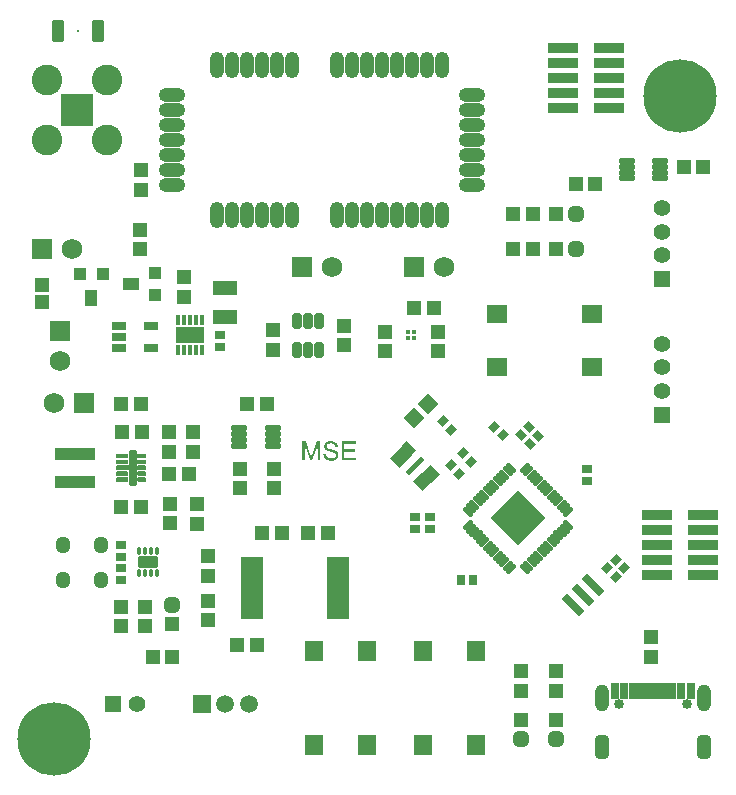
<source format=gts>
G04*
G04 #@! TF.GenerationSoftware,Altium Limited,Altium Designer,24.2.2 (26)*
G04*
G04 Layer_Color=8388736*
%FSLAX44Y44*%
%MOMM*%
G71*
G04*
G04 #@! TF.SameCoordinates,57E06D6A-15B4-4B42-AE12-48CE37104189*
G04*
G04*
G04 #@! TF.FilePolarity,Negative*
G04*
G01*
G75*
%ADD22R,1.3032X1.3032*%
G04:AMPARAMS|DCode=23|XSize=1.4132mm|YSize=0.7832mm|CornerRadius=0.1741mm|HoleSize=0mm|Usage=FLASHONLY|Rotation=270.000|XOffset=0mm|YOffset=0mm|HoleType=Round|Shape=RoundedRectangle|*
%AMROUNDEDRECTD23*
21,1,1.4132,0.4350,0,0,270.0*
21,1,1.0650,0.7832,0,0,270.0*
1,1,0.3482,-0.2175,-0.5325*
1,1,0.3482,-0.2175,0.5325*
1,1,0.3482,0.2175,0.5325*
1,1,0.3482,0.2175,-0.5325*
%
%ADD23ROUNDEDRECTD23*%
G04:AMPARAMS|DCode=24|XSize=1.8532mm|YSize=0.4532mm|CornerRadius=0mm|HoleSize=0mm|Usage=FLASHONLY|Rotation=45.000|XOffset=0mm|YOffset=0mm|HoleType=Round|Shape=Rectangle|*
%AMROTATEDRECTD24*
4,1,4,-0.4950,-0.8154,-0.8154,-0.4950,0.4950,0.8154,0.8154,0.4950,-0.4950,-0.8154,0.0*
%
%ADD24ROTATEDRECTD24*%

G04:AMPARAMS|DCode=25|XSize=1.1032mm|YSize=0.5032mm|CornerRadius=0mm|HoleSize=0mm|Usage=FLASHONLY|Rotation=315.000|XOffset=0mm|YOffset=0mm|HoleType=Round|Shape=Rectangle|*
%AMROTATEDRECTD25*
4,1,4,-0.5679,0.2121,-0.2121,0.5679,0.5679,-0.2121,0.2121,-0.5679,-0.5679,0.2121,0.0*
%
%ADD25ROTATEDRECTD25*%

%ADD26R,2.6032X0.9532*%
G04:AMPARAMS|DCode=27|XSize=0.6mm|YSize=3.1mm|CornerRadius=0.08mm|HoleSize=0mm|Usage=FLASHONLY|Rotation=180.000|XOffset=0mm|YOffset=0mm|HoleType=Round|Shape=RoundedRectangle|*
%AMROUNDEDRECTD27*
21,1,0.6000,2.9400,0,0,180.0*
21,1,0.4400,3.1000,0,0,180.0*
1,1,0.1600,-0.2200,1.4700*
1,1,0.1600,0.2200,1.4700*
1,1,0.1600,0.2200,-1.4700*
1,1,0.1600,-0.2200,-1.4700*
%
%ADD27ROUNDEDRECTD27*%
G04:AMPARAMS|DCode=28|XSize=1.3232mm|YSize=0.4732mm|CornerRadius=0.1354mm|HoleSize=0mm|Usage=FLASHONLY|Rotation=0.000|XOffset=0mm|YOffset=0mm|HoleType=Round|Shape=RoundedRectangle|*
%AMROUNDEDRECTD28*
21,1,1.3232,0.2025,0,0,0.0*
21,1,1.0525,0.4732,0,0,0.0*
1,1,0.2707,0.5263,-0.1013*
1,1,0.2707,-0.5263,-0.1013*
1,1,0.2707,-0.5263,0.1013*
1,1,0.2707,0.5263,0.1013*
%
%ADD28ROUNDEDRECTD28*%
%ADD29R,1.8032X1.6032*%
G04:AMPARAMS|DCode=30|XSize=1mm|YSize=1.7mm|CornerRadius=0.104mm|HoleSize=0mm|Usage=FLASHONLY|Rotation=90.000|XOffset=0mm|YOffset=0mm|HoleType=Round|Shape=RoundedRectangle|*
%AMROUNDEDRECTD30*
21,1,1.0000,1.4920,0,0,90.0*
21,1,0.7920,1.7000,0,0,90.0*
1,1,0.2080,0.7460,0.3960*
1,1,0.2080,0.7460,-0.3960*
1,1,0.2080,-0.7460,-0.3960*
1,1,0.2080,-0.7460,0.3960*
%
%ADD30ROUNDEDRECTD30*%
G04:AMPARAMS|DCode=31|XSize=0.6mm|YSize=0.35mm|CornerRadius=0.1mm|HoleSize=0mm|Usage=FLASHONLY|Rotation=90.000|XOffset=0mm|YOffset=0mm|HoleType=Round|Shape=RoundedRectangle|*
%AMROUNDEDRECTD31*
21,1,0.6000,0.1500,0,0,90.0*
21,1,0.4000,0.3500,0,0,90.0*
1,1,0.2000,0.0750,0.2000*
1,1,0.2000,0.0750,-0.2000*
1,1,0.2000,-0.0750,-0.2000*
1,1,0.2000,-0.0750,0.2000*
%
%ADD31ROUNDEDRECTD31*%
%ADD32R,1.8542X0.6350*%
G04:AMPARAMS|DCode=33|XSize=0.6032mm|YSize=2.1032mm|CornerRadius=0mm|HoleSize=0mm|Usage=FLASHONLY|Rotation=225.000|XOffset=0mm|YOffset=0mm|HoleType=Round|Shape=Rectangle|*
%AMROTATEDRECTD33*
4,1,4,-0.5303,0.9569,0.9569,-0.5303,0.5303,-0.9569,-0.9569,0.5303,-0.5303,0.9569,0.0*
%
%ADD33ROTATEDRECTD33*%

%ADD34C,0.4332*%
%ADD35P,4.6714X4X90.0*%
G04:AMPARAMS|DCode=36|XSize=1.0432mm|YSize=0.4032mm|CornerRadius=0.1266mm|HoleSize=0mm|Usage=FLASHONLY|Rotation=45.000|XOffset=0mm|YOffset=0mm|HoleType=Round|Shape=RoundedRectangle|*
%AMROUNDEDRECTD36*
21,1,1.0432,0.1500,0,0,45.0*
21,1,0.7900,0.4032,0,0,45.0*
1,1,0.2532,0.3323,0.2263*
1,1,0.2532,-0.2263,-0.3323*
1,1,0.2532,-0.3323,-0.2263*
1,1,0.2532,0.2263,0.3323*
%
%ADD36ROUNDEDRECTD36*%
G04:AMPARAMS|DCode=37|XSize=0.4032mm|YSize=1.0432mm|CornerRadius=0.1266mm|HoleSize=0mm|Usage=FLASHONLY|Rotation=45.000|XOffset=0mm|YOffset=0mm|HoleType=Round|Shape=RoundedRectangle|*
%AMROUNDEDRECTD37*
21,1,0.4032,0.7900,0,0,45.0*
21,1,0.1500,1.0432,0,0,45.0*
1,1,0.2532,0.3323,-0.2263*
1,1,0.2532,0.2263,-0.3323*
1,1,0.2532,-0.3323,0.2263*
1,1,0.2532,-0.2263,0.3323*
%
%ADD37ROUNDEDRECTD37*%
%ADD38R,0.8032X1.3532*%
%ADD39R,0.5032X1.3532*%
%ADD40R,1.6032X1.8032*%
%ADD41R,2.3622X1.4478*%
%ADD42R,0.4064X0.8128*%
G04:AMPARAMS|DCode=43|XSize=1.1132mm|YSize=1.2732mm|CornerRadius=0.3291mm|HoleSize=0mm|Usage=FLASHONLY|Rotation=0.000|XOffset=0mm|YOffset=0mm|HoleType=Round|Shape=RoundedRectangle|*
%AMROUNDEDRECTD43*
21,1,1.1132,0.6150,0,0,0.0*
21,1,0.4550,1.2732,0,0,0.0*
1,1,0.6582,0.2275,-0.3075*
1,1,0.6582,-0.2275,-0.3075*
1,1,0.6582,-0.2275,0.3075*
1,1,0.6582,0.2275,0.3075*
%
%ADD43ROUNDEDRECTD43*%
%ADD44R,3.4000X0.9800*%
%ADD45R,1.1732X1.2032*%
%ADD46R,2.0032X1.2032*%
%ADD47R,1.1176X1.1176*%
%ADD48R,1.4732X1.1176*%
%ADD49O,1.2192X2.2352*%
%ADD50O,2.2352X1.2192*%
%ADD51R,1.3032X1.3032*%
G04:AMPARAMS|DCode=52|XSize=1.3032mm|YSize=1.3032mm|CornerRadius=0.3766mm|HoleSize=0mm|Usage=FLASHONLY|Rotation=0.000|XOffset=0mm|YOffset=0mm|HoleType=Round|Shape=RoundedRectangle|*
%AMROUNDEDRECTD52*
21,1,1.3032,0.5500,0,0,0.0*
21,1,0.5500,1.3032,0,0,0.0*
1,1,0.7532,0.2750,-0.2750*
1,1,0.7532,-0.2750,-0.2750*
1,1,0.7532,-0.2750,0.2750*
1,1,0.7532,0.2750,0.2750*
%
%ADD52ROUNDEDRECTD52*%
G04:AMPARAMS|DCode=53|XSize=1.3032mm|YSize=1.3032mm|CornerRadius=0.3766mm|HoleSize=0mm|Usage=FLASHONLY|Rotation=90.000|XOffset=0mm|YOffset=0mm|HoleType=Round|Shape=RoundedRectangle|*
%AMROUNDEDRECTD53*
21,1,1.3032,0.5500,0,0,90.0*
21,1,0.5500,1.3032,0,0,90.0*
1,1,0.7532,0.2750,0.2750*
1,1,0.7532,0.2750,-0.2750*
1,1,0.7532,-0.2750,-0.2750*
1,1,0.7532,-0.2750,0.2750*
%
%ADD53ROUNDEDRECTD53*%
%ADD54R,1.2032X0.7532*%
%ADD55R,1.1176X1.1176*%
%ADD56R,1.1176X1.4732*%
%ADD57P,1.8430X4X270.0*%
G04:AMPARAMS|DCode=58|XSize=0.7112mm|YSize=0.8128mm|CornerRadius=0mm|HoleSize=0mm|Usage=FLASHONLY|Rotation=135.000|XOffset=0mm|YOffset=0mm|HoleType=Round|Shape=Rectangle|*
%AMROTATEDRECTD58*
4,1,4,0.5388,0.0359,-0.0359,-0.5388,-0.5388,-0.0359,0.0359,0.5388,0.5388,0.0359,0.0*
%
%ADD58ROTATEDRECTD58*%

%ADD59R,0.8128X0.7112*%
%ADD60R,0.7112X0.8128*%
G04:AMPARAMS|DCode=61|XSize=0.7112mm|YSize=0.8128mm|CornerRadius=0mm|HoleSize=0mm|Usage=FLASHONLY|Rotation=45.000|XOffset=0mm|YOffset=0mm|HoleType=Round|Shape=Rectangle|*
%AMROTATEDRECTD61*
4,1,4,0.0359,-0.5388,-0.5388,0.0359,-0.0359,0.5388,0.5388,-0.0359,0.0359,-0.5388,0.0*
%
%ADD61ROTATEDRECTD61*%

G04:AMPARAMS|DCode=62|XSize=1.0032mm|YSize=1.9032mm|CornerRadius=0.2016mm|HoleSize=0mm|Usage=FLASHONLY|Rotation=0.000|XOffset=0mm|YOffset=0mm|HoleType=Round|Shape=RoundedRectangle|*
%AMROUNDEDRECTD62*
21,1,1.0032,1.5000,0,0,0.0*
21,1,0.6000,1.9032,0,0,0.0*
1,1,0.4032,0.3000,-0.7500*
1,1,0.4032,-0.3000,-0.7500*
1,1,0.4032,-0.3000,0.7500*
1,1,0.4032,0.3000,0.7500*
%
%ADD62ROUNDEDRECTD62*%
%ADD63R,1.4112X1.4112*%
%ADD64C,1.4112*%
%ADD65C,6.2032*%
%ADD66C,1.4032*%
%ADD67R,1.4032X1.4032*%
%ADD68R,1.5112X1.5112*%
%ADD69C,1.5112*%
G04:AMPARAMS|DCode=70|XSize=2.0032mm|YSize=1.2032mm|CornerRadius=0.3516mm|HoleSize=0mm|Usage=FLASHONLY|Rotation=90.000|XOffset=0mm|YOffset=0mm|HoleType=Round|Shape=RoundedRectangle|*
%AMROUNDEDRECTD70*
21,1,2.0032,0.5000,0,0,90.0*
21,1,1.3000,1.2032,0,0,90.0*
1,1,0.7032,0.2500,0.6500*
1,1,0.7032,0.2500,-0.6500*
1,1,0.7032,-0.2500,-0.6500*
1,1,0.7032,-0.2500,0.6500*
%
%ADD70ROUNDEDRECTD70*%
%ADD71O,1.2032X2.3032*%
%ADD72C,0.8532*%
%ADD73R,1.7272X1.7272*%
%ADD74C,1.7272*%
%ADD75R,1.7272X1.7272*%
%ADD76C,2.6032*%
%ADD77R,2.7032X2.7032*%
%ADD78C,0.2032*%
G36*
X83370Y253060D02*
X83310D01*
X83250Y253080D01*
X83190Y253090D01*
X83130Y253110D01*
X83070Y253130D01*
X83010Y253150D01*
X82960Y253180D01*
X82900Y253210D01*
X82850Y253240D01*
X82790Y253280D01*
X82740Y253320D01*
X82700Y253360D01*
X82650Y253400D01*
X82610Y253450D01*
X82570Y253490D01*
X82530Y253540D01*
X82490Y253600D01*
X82460Y253650D01*
X82430Y253710D01*
X82400Y253760D01*
X82380Y253820D01*
X82360Y253880D01*
X82340Y253940D01*
X82330Y254000D01*
X82310Y254060D01*
Y254120D01*
X82300Y254190D01*
Y254250D01*
Y255750D01*
Y255810D01*
X82310Y255880D01*
Y255940D01*
X82330Y256000D01*
X82340Y256060D01*
X82360Y256120D01*
X82380Y256180D01*
X82400Y256240D01*
X82430Y256290D01*
X82460Y256350D01*
X82490Y256400D01*
X82530Y256460D01*
X82570Y256510D01*
X82610Y256550D01*
X82650Y256600D01*
X82700Y256640D01*
X82740Y256680D01*
X82790Y256720D01*
X82850Y256760D01*
X82900Y256790D01*
X82960Y256820D01*
X83010Y256850D01*
X83070Y256870D01*
X83130Y256890D01*
X83190Y256910D01*
X83250Y256920D01*
X83310Y256940D01*
X83370D01*
X83440Y256950D01*
X91560D01*
X91630Y256940D01*
X91690D01*
X91750Y256920D01*
X91810Y256910D01*
X91870Y256890D01*
X91930Y256870D01*
X91990Y256850D01*
X92040Y256820D01*
X92100Y256790D01*
X92150Y256760D01*
X92210Y256720D01*
X92260Y256680D01*
X92300Y256640D01*
X92350Y256600D01*
X92390Y256550D01*
X92430Y256510D01*
X92470Y256460D01*
X92510Y256400D01*
X92540Y256350D01*
X92570Y256290D01*
X92600Y256240D01*
X92620Y256180D01*
X92640Y256120D01*
X92660Y256060D01*
X92670Y256000D01*
X92690Y255940D01*
Y255880D01*
X92700Y255810D01*
Y255750D01*
Y254250D01*
Y254190D01*
X92690Y254120D01*
Y254060D01*
X92670Y254000D01*
X92660Y253940D01*
X92640Y253880D01*
X92620Y253820D01*
X92600Y253760D01*
X92570Y253710D01*
X92540Y253650D01*
X92510Y253600D01*
X92470Y253540D01*
X92430Y253490D01*
X92390Y253450D01*
X92350Y253400D01*
X92300Y253360D01*
X92260Y253320D01*
X92210Y253280D01*
X92150Y253240D01*
X92100Y253210D01*
X92040Y253180D01*
X91990Y253150D01*
X91930Y253130D01*
X91870Y253110D01*
X91810Y253090D01*
X91750Y253080D01*
X91690Y253060D01*
X91630D01*
X91560Y253050D01*
X83440D01*
X83370Y253060D01*
D02*
G37*
G36*
Y258060D02*
X83310D01*
X83250Y258080D01*
X83190Y258090D01*
X83130Y258110D01*
X83070Y258130D01*
X83010Y258150D01*
X82960Y258180D01*
X82900Y258210D01*
X82850Y258240D01*
X82790Y258280D01*
X82740Y258320D01*
X82700Y258360D01*
X82650Y258400D01*
X82610Y258450D01*
X82570Y258490D01*
X82530Y258540D01*
X82490Y258600D01*
X82460Y258650D01*
X82430Y258710D01*
X82400Y258760D01*
X82380Y258820D01*
X82360Y258880D01*
X82340Y258940D01*
X82330Y259000D01*
X82310Y259060D01*
Y259120D01*
X82300Y259190D01*
Y259250D01*
Y260750D01*
Y260810D01*
X82310Y260880D01*
Y260940D01*
X82330Y261000D01*
X82340Y261060D01*
X82360Y261120D01*
X82380Y261180D01*
X82400Y261240D01*
X82430Y261290D01*
X82460Y261350D01*
X82490Y261400D01*
X82530Y261460D01*
X82570Y261510D01*
X82610Y261550D01*
X82650Y261600D01*
X82700Y261640D01*
X82740Y261680D01*
X82790Y261720D01*
X82850Y261760D01*
X82900Y261790D01*
X82960Y261820D01*
X83010Y261850D01*
X83070Y261870D01*
X83130Y261890D01*
X83190Y261910D01*
X83250Y261920D01*
X83310Y261940D01*
X83370D01*
X83440Y261950D01*
X91560D01*
X91630Y261940D01*
X91690D01*
X91750Y261920D01*
X91810Y261910D01*
X91870Y261890D01*
X91930Y261870D01*
X91990Y261850D01*
X92040Y261820D01*
X92100Y261790D01*
X92150Y261760D01*
X92210Y261720D01*
X92260Y261680D01*
X92300Y261640D01*
X92350Y261600D01*
X92390Y261550D01*
X92430Y261510D01*
X92470Y261460D01*
X92510Y261400D01*
X92540Y261350D01*
X92570Y261290D01*
X92600Y261240D01*
X92620Y261180D01*
X92640Y261120D01*
X92660Y261060D01*
X92670Y261000D01*
X92690Y260940D01*
Y260880D01*
X92700Y260810D01*
Y260750D01*
Y259250D01*
Y259190D01*
X92690Y259120D01*
Y259060D01*
X92670Y259000D01*
X92660Y258940D01*
X92640Y258880D01*
X92620Y258820D01*
X92600Y258760D01*
X92570Y258710D01*
X92540Y258650D01*
X92510Y258600D01*
X92470Y258540D01*
X92430Y258490D01*
X92390Y258450D01*
X92350Y258400D01*
X92300Y258360D01*
X92260Y258320D01*
X92210Y258280D01*
X92150Y258240D01*
X92100Y258210D01*
X92040Y258180D01*
X91990Y258150D01*
X91930Y258130D01*
X91870Y258110D01*
X91810Y258090D01*
X91750Y258080D01*
X91690Y258060D01*
X91630D01*
X91560Y258050D01*
X83440D01*
X83370Y258060D01*
D02*
G37*
G36*
Y268060D02*
X83310D01*
X83250Y268080D01*
X83190Y268090D01*
X83130Y268110D01*
X83070Y268130D01*
X83010Y268150D01*
X82960Y268180D01*
X82900Y268210D01*
X82850Y268240D01*
X82790Y268280D01*
X82740Y268320D01*
X82700Y268360D01*
X82650Y268400D01*
X82610Y268450D01*
X82570Y268490D01*
X82530Y268540D01*
X82490Y268600D01*
X82460Y268650D01*
X82430Y268710D01*
X82400Y268760D01*
X82380Y268820D01*
X82360Y268880D01*
X82340Y268940D01*
X82330Y269000D01*
X82310Y269060D01*
Y269120D01*
X82300Y269190D01*
Y269250D01*
Y270750D01*
Y270810D01*
X82310Y270880D01*
Y270940D01*
X82330Y271000D01*
X82340Y271060D01*
X82360Y271120D01*
X82380Y271180D01*
X82400Y271240D01*
X82430Y271290D01*
X82460Y271350D01*
X82490Y271400D01*
X82530Y271460D01*
X82570Y271510D01*
X82610Y271550D01*
X82650Y271600D01*
X82700Y271640D01*
X82740Y271680D01*
X82790Y271720D01*
X82850Y271760D01*
X82900Y271790D01*
X82960Y271820D01*
X83010Y271850D01*
X83070Y271870D01*
X83130Y271890D01*
X83190Y271910D01*
X83250Y271920D01*
X83310Y271940D01*
X83370D01*
X83440Y271950D01*
X91560D01*
X91630Y271940D01*
X91690D01*
X91750Y271920D01*
X91810Y271910D01*
X91870Y271890D01*
X91930Y271870D01*
X91990Y271850D01*
X92040Y271820D01*
X92100Y271790D01*
X92150Y271760D01*
X92210Y271720D01*
X92260Y271680D01*
X92300Y271640D01*
X92350Y271600D01*
X92390Y271550D01*
X92430Y271510D01*
X92470Y271460D01*
X92510Y271400D01*
X92540Y271350D01*
X92570Y271290D01*
X92600Y271240D01*
X92620Y271180D01*
X92640Y271120D01*
X92660Y271060D01*
X92670Y271000D01*
X92690Y270940D01*
Y270880D01*
X92700Y270810D01*
Y270750D01*
Y269250D01*
Y269190D01*
X92690Y269120D01*
Y269060D01*
X92670Y269000D01*
X92660Y268940D01*
X92640Y268880D01*
X92620Y268820D01*
X92600Y268760D01*
X92570Y268710D01*
X92540Y268650D01*
X92510Y268600D01*
X92470Y268540D01*
X92430Y268490D01*
X92390Y268450D01*
X92350Y268400D01*
X92300Y268360D01*
X92260Y268320D01*
X92210Y268280D01*
X92150Y268240D01*
X92100Y268210D01*
X92040Y268180D01*
X91990Y268150D01*
X91930Y268130D01*
X91870Y268110D01*
X91810Y268090D01*
X91750Y268080D01*
X91690Y268060D01*
X91630D01*
X91560Y268050D01*
X83440D01*
X83370Y268060D01*
D02*
G37*
G36*
Y273060D02*
X83310D01*
X83250Y273080D01*
X83190Y273090D01*
X83130Y273110D01*
X83070Y273130D01*
X83010Y273150D01*
X82960Y273180D01*
X82900Y273210D01*
X82850Y273240D01*
X82790Y273280D01*
X82740Y273320D01*
X82700Y273360D01*
X82650Y273400D01*
X82610Y273450D01*
X82570Y273490D01*
X82530Y273540D01*
X82490Y273600D01*
X82460Y273650D01*
X82430Y273710D01*
X82400Y273760D01*
X82380Y273820D01*
X82360Y273880D01*
X82340Y273940D01*
X82330Y274000D01*
X82310Y274060D01*
Y274120D01*
X82300Y274190D01*
Y274250D01*
Y275750D01*
Y275810D01*
X82310Y275880D01*
Y275940D01*
X82330Y276000D01*
X82340Y276060D01*
X82360Y276120D01*
X82380Y276180D01*
X82400Y276240D01*
X82430Y276290D01*
X82460Y276350D01*
X82490Y276400D01*
X82530Y276460D01*
X82570Y276510D01*
X82610Y276550D01*
X82650Y276600D01*
X82700Y276640D01*
X82740Y276680D01*
X82790Y276720D01*
X82850Y276760D01*
X82900Y276790D01*
X82960Y276820D01*
X83010Y276850D01*
X83070Y276870D01*
X83130Y276890D01*
X83190Y276910D01*
X83250Y276920D01*
X83310Y276940D01*
X83370D01*
X83440Y276950D01*
X91560D01*
X91630Y276940D01*
X91690D01*
X91750Y276920D01*
X91810Y276910D01*
X91870Y276890D01*
X91930Y276870D01*
X91990Y276850D01*
X92040Y276820D01*
X92100Y276790D01*
X92150Y276760D01*
X92210Y276720D01*
X92260Y276680D01*
X92300Y276640D01*
X92350Y276600D01*
X92390Y276550D01*
X92430Y276510D01*
X92470Y276460D01*
X92510Y276400D01*
X92540Y276350D01*
X92570Y276290D01*
X92600Y276240D01*
X92620Y276180D01*
X92640Y276120D01*
X92660Y276060D01*
X92670Y276000D01*
X92690Y275940D01*
Y275880D01*
X92700Y275810D01*
Y275750D01*
Y274250D01*
Y274190D01*
X92690Y274120D01*
Y274060D01*
X92670Y274000D01*
X92660Y273940D01*
X92640Y273880D01*
X92620Y273820D01*
X92600Y273760D01*
X92570Y273710D01*
X92540Y273650D01*
X92510Y273600D01*
X92470Y273540D01*
X92430Y273490D01*
X92390Y273450D01*
X92350Y273400D01*
X92300Y273360D01*
X92260Y273320D01*
X92210Y273280D01*
X92150Y273240D01*
X92100Y273210D01*
X92040Y273180D01*
X91990Y273150D01*
X91930Y273130D01*
X91870Y273110D01*
X91810Y273090D01*
X91750Y273080D01*
X91690Y273060D01*
X91630D01*
X91560Y273050D01*
X83440D01*
X83370Y273060D01*
D02*
G37*
G36*
Y263060D02*
X83310D01*
X83250Y263080D01*
X83190Y263090D01*
X83130Y263110D01*
X83070Y263130D01*
X83010Y263150D01*
X82960Y263180D01*
X82900Y263210D01*
X82850Y263240D01*
X82790Y263280D01*
X82740Y263320D01*
X82700Y263360D01*
X82650Y263400D01*
X82610Y263450D01*
X82570Y263490D01*
X82530Y263540D01*
X82490Y263600D01*
X82460Y263650D01*
X82430Y263710D01*
X82400Y263760D01*
X82380Y263820D01*
X82360Y263880D01*
X82340Y263940D01*
X82330Y264000D01*
X82310Y264060D01*
Y264120D01*
X82300Y264190D01*
Y264250D01*
Y265750D01*
Y265810D01*
X82310Y265880D01*
Y265940D01*
X82330Y266000D01*
X82340Y266060D01*
X82360Y266120D01*
X82380Y266180D01*
X82400Y266240D01*
X82430Y266290D01*
X82460Y266350D01*
X82490Y266400D01*
X82530Y266460D01*
X82570Y266510D01*
X82610Y266550D01*
X82650Y266600D01*
X82700Y266640D01*
X82740Y266680D01*
X82790Y266720D01*
X82850Y266760D01*
X82900Y266790D01*
X82960Y266820D01*
X83010Y266850D01*
X83070Y266870D01*
X83130Y266890D01*
X83190Y266910D01*
X83250Y266920D01*
X83310Y266940D01*
X83370D01*
X83440Y266950D01*
X95560D01*
X95630Y266940D01*
X95690D01*
X95750Y266920D01*
X95810Y266910D01*
X95870Y266890D01*
X95930Y266870D01*
X95990Y266850D01*
X96040Y266820D01*
X96100Y266790D01*
X96150Y266760D01*
X96210Y266720D01*
X96260Y266680D01*
X96300Y266640D01*
X96350Y266600D01*
X96390Y266550D01*
X96430Y266510D01*
X96470Y266460D01*
X96510Y266400D01*
X96540Y266350D01*
X96570Y266290D01*
X96600Y266240D01*
X96620Y266180D01*
X96640Y266120D01*
X96660Y266060D01*
X96670Y266000D01*
X96690Y265940D01*
Y265880D01*
X96700Y265810D01*
Y265750D01*
Y264250D01*
Y264190D01*
X96690Y264120D01*
Y264060D01*
X96670Y264000D01*
X96660Y263940D01*
X96640Y263880D01*
X96620Y263820D01*
X96600Y263760D01*
X96570Y263710D01*
X96540Y263650D01*
X96510Y263600D01*
X96470Y263540D01*
X96430Y263490D01*
X96390Y263450D01*
X96350Y263400D01*
X96300Y263360D01*
X96260Y263320D01*
X96210Y263280D01*
X96150Y263240D01*
X96100Y263210D01*
X96040Y263180D01*
X95990Y263150D01*
X95930Y263130D01*
X95870Y263110D01*
X95810Y263090D01*
X95750Y263080D01*
X95690Y263060D01*
X95630D01*
X95560Y263050D01*
X83440D01*
X83370Y263060D01*
D02*
G37*
G36*
X101370Y253060D02*
X101310D01*
X101250Y253080D01*
X101190Y253090D01*
X101130Y253110D01*
X101070Y253130D01*
X101010Y253150D01*
X100960Y253180D01*
X100900Y253210D01*
X100850Y253240D01*
X100790Y253280D01*
X100740Y253320D01*
X100700Y253360D01*
X100650Y253400D01*
X100610Y253450D01*
X100570Y253490D01*
X100530Y253540D01*
X100490Y253600D01*
X100460Y253650D01*
X100430Y253710D01*
X100400Y253760D01*
X100380Y253820D01*
X100360Y253880D01*
X100340Y253940D01*
X100330Y254000D01*
X100310Y254060D01*
Y254120D01*
X100300Y254190D01*
Y254250D01*
Y255750D01*
Y255810D01*
X100310Y255880D01*
Y255940D01*
X100330Y256000D01*
X100340Y256060D01*
X100360Y256120D01*
X100380Y256180D01*
X100400Y256240D01*
X100430Y256290D01*
X100460Y256350D01*
X100490Y256400D01*
X100530Y256460D01*
X100570Y256510D01*
X100610Y256550D01*
X100650Y256600D01*
X100700Y256640D01*
X100740Y256680D01*
X100790Y256720D01*
X100850Y256760D01*
X100900Y256790D01*
X100960Y256820D01*
X101010Y256850D01*
X101070Y256870D01*
X101130Y256890D01*
X101190Y256910D01*
X101250Y256920D01*
X101310Y256940D01*
X101370D01*
X101440Y256950D01*
X106560D01*
X106630Y256940D01*
X106690D01*
X106750Y256920D01*
X106810Y256910D01*
X106870Y256890D01*
X106930Y256870D01*
X106990Y256850D01*
X107040Y256820D01*
X107100Y256790D01*
X107150Y256760D01*
X107210Y256720D01*
X107260Y256680D01*
X107300Y256640D01*
X107350Y256600D01*
X107390Y256550D01*
X107430Y256510D01*
X107470Y256460D01*
X107510Y256400D01*
X107540Y256350D01*
X107570Y256290D01*
X107600Y256240D01*
X107620Y256180D01*
X107640Y256120D01*
X107660Y256060D01*
X107670Y256000D01*
X107690Y255940D01*
Y255880D01*
X107700Y255810D01*
Y255750D01*
Y254250D01*
Y254190D01*
X107690Y254120D01*
Y254060D01*
X107670Y254000D01*
X107660Y253940D01*
X107640Y253880D01*
X107620Y253820D01*
X107600Y253760D01*
X107570Y253710D01*
X107540Y253650D01*
X107510Y253600D01*
X107470Y253540D01*
X107430Y253490D01*
X107390Y253450D01*
X107350Y253400D01*
X107300Y253360D01*
X107260Y253320D01*
X107210Y253280D01*
X107150Y253240D01*
X107100Y253210D01*
X107040Y253180D01*
X106990Y253150D01*
X106930Y253130D01*
X106870Y253110D01*
X106810Y253090D01*
X106750Y253080D01*
X106690Y253060D01*
X106630D01*
X106560Y253050D01*
X101440D01*
X101370Y253060D01*
D02*
G37*
G36*
Y258060D02*
X101310D01*
X101250Y258080D01*
X101190Y258090D01*
X101130Y258110D01*
X101070Y258130D01*
X101010Y258150D01*
X100960Y258180D01*
X100900Y258210D01*
X100850Y258240D01*
X100790Y258280D01*
X100740Y258320D01*
X100700Y258360D01*
X100650Y258400D01*
X100610Y258450D01*
X100570Y258490D01*
X100530Y258540D01*
X100490Y258600D01*
X100460Y258650D01*
X100430Y258710D01*
X100400Y258760D01*
X100380Y258820D01*
X100360Y258880D01*
X100340Y258940D01*
X100330Y259000D01*
X100310Y259060D01*
Y259120D01*
X100300Y259190D01*
Y259250D01*
Y260750D01*
Y260810D01*
X100310Y260880D01*
Y260940D01*
X100330Y261000D01*
X100340Y261060D01*
X100360Y261120D01*
X100380Y261180D01*
X100400Y261240D01*
X100430Y261290D01*
X100460Y261350D01*
X100490Y261400D01*
X100530Y261460D01*
X100570Y261510D01*
X100610Y261550D01*
X100650Y261600D01*
X100700Y261640D01*
X100740Y261680D01*
X100790Y261720D01*
X100850Y261760D01*
X100900Y261790D01*
X100960Y261820D01*
X101010Y261850D01*
X101070Y261870D01*
X101130Y261890D01*
X101190Y261910D01*
X101250Y261920D01*
X101310Y261940D01*
X101370D01*
X101440Y261950D01*
X106560D01*
X106630Y261940D01*
X106690D01*
X106750Y261920D01*
X106810Y261910D01*
X106870Y261890D01*
X106930Y261870D01*
X106990Y261850D01*
X107040Y261820D01*
X107100Y261790D01*
X107150Y261760D01*
X107210Y261720D01*
X107260Y261680D01*
X107300Y261640D01*
X107350Y261600D01*
X107390Y261550D01*
X107430Y261510D01*
X107470Y261460D01*
X107510Y261400D01*
X107540Y261350D01*
X107570Y261290D01*
X107600Y261240D01*
X107620Y261180D01*
X107640Y261120D01*
X107660Y261060D01*
X107670Y261000D01*
X107690Y260940D01*
Y260880D01*
X107700Y260810D01*
Y260750D01*
Y259250D01*
Y259190D01*
X107690Y259120D01*
Y259060D01*
X107670Y259000D01*
X107660Y258940D01*
X107640Y258880D01*
X107620Y258820D01*
X107600Y258760D01*
X107570Y258710D01*
X107540Y258650D01*
X107510Y258600D01*
X107470Y258540D01*
X107430Y258490D01*
X107390Y258450D01*
X107350Y258400D01*
X107300Y258360D01*
X107260Y258320D01*
X107210Y258280D01*
X107150Y258240D01*
X107100Y258210D01*
X107040Y258180D01*
X106990Y258150D01*
X106930Y258130D01*
X106870Y258110D01*
X106810Y258090D01*
X106750Y258080D01*
X106690Y258060D01*
X106630D01*
X106560Y258050D01*
X101440D01*
X101370Y258060D01*
D02*
G37*
G36*
Y263060D02*
X101310D01*
X101250Y263080D01*
X101190Y263090D01*
X101130Y263110D01*
X101070Y263130D01*
X101010Y263150D01*
X100960Y263180D01*
X100900Y263210D01*
X100850Y263240D01*
X100790Y263280D01*
X100740Y263320D01*
X100700Y263360D01*
X100650Y263400D01*
X100610Y263450D01*
X100570Y263490D01*
X100530Y263540D01*
X100490Y263600D01*
X100460Y263650D01*
X100430Y263710D01*
X100400Y263760D01*
X100380Y263820D01*
X100360Y263880D01*
X100340Y263940D01*
X100330Y264000D01*
X100310Y264060D01*
Y264120D01*
X100300Y264190D01*
Y264250D01*
Y265750D01*
Y265810D01*
X100310Y265880D01*
Y265940D01*
X100330Y266000D01*
X100340Y266060D01*
X100360Y266120D01*
X100380Y266180D01*
X100400Y266240D01*
X100430Y266290D01*
X100460Y266350D01*
X100490Y266400D01*
X100530Y266460D01*
X100570Y266510D01*
X100610Y266550D01*
X100650Y266600D01*
X100700Y266640D01*
X100740Y266680D01*
X100790Y266720D01*
X100850Y266760D01*
X100900Y266790D01*
X100960Y266820D01*
X101010Y266850D01*
X101070Y266870D01*
X101130Y266890D01*
X101190Y266910D01*
X101250Y266920D01*
X101310Y266940D01*
X101370D01*
X101440Y266950D01*
X106560D01*
X106630Y266940D01*
X106690D01*
X106750Y266920D01*
X106810Y266910D01*
X106870Y266890D01*
X106930Y266870D01*
X106990Y266850D01*
X107040Y266820D01*
X107100Y266790D01*
X107150Y266760D01*
X107210Y266720D01*
X107260Y266680D01*
X107300Y266640D01*
X107350Y266600D01*
X107390Y266550D01*
X107430Y266510D01*
X107470Y266460D01*
X107510Y266400D01*
X107540Y266350D01*
X107570Y266290D01*
X107600Y266240D01*
X107620Y266180D01*
X107640Y266120D01*
X107660Y266060D01*
X107670Y266000D01*
X107690Y265940D01*
Y265880D01*
X107700Y265810D01*
Y265750D01*
Y264250D01*
Y264190D01*
X107690Y264120D01*
Y264060D01*
X107670Y264000D01*
X107660Y263940D01*
X107640Y263880D01*
X107620Y263820D01*
X107600Y263760D01*
X107570Y263710D01*
X107540Y263650D01*
X107510Y263600D01*
X107470Y263540D01*
X107430Y263490D01*
X107390Y263450D01*
X107350Y263400D01*
X107300Y263360D01*
X107260Y263320D01*
X107210Y263280D01*
X107150Y263240D01*
X107100Y263210D01*
X107040Y263180D01*
X106990Y263150D01*
X106930Y263130D01*
X106870Y263110D01*
X106810Y263090D01*
X106750Y263080D01*
X106690Y263060D01*
X106630D01*
X106560Y263050D01*
X101440D01*
X101370Y263060D01*
D02*
G37*
G36*
Y268060D02*
X101310D01*
X101250Y268080D01*
X101190Y268090D01*
X101130Y268110D01*
X101070Y268130D01*
X101010Y268150D01*
X100960Y268180D01*
X100900Y268210D01*
X100850Y268240D01*
X100790Y268280D01*
X100740Y268320D01*
X100700Y268360D01*
X100650Y268400D01*
X100610Y268450D01*
X100570Y268490D01*
X100530Y268540D01*
X100490Y268600D01*
X100460Y268650D01*
X100430Y268710D01*
X100400Y268760D01*
X100380Y268820D01*
X100360Y268880D01*
X100340Y268940D01*
X100330Y269000D01*
X100310Y269060D01*
Y269120D01*
X100300Y269190D01*
Y269250D01*
Y270750D01*
Y270810D01*
X100310Y270880D01*
Y270940D01*
X100330Y271000D01*
X100340Y271060D01*
X100360Y271120D01*
X100380Y271180D01*
X100400Y271240D01*
X100430Y271290D01*
X100460Y271350D01*
X100490Y271400D01*
X100530Y271460D01*
X100570Y271510D01*
X100610Y271550D01*
X100650Y271600D01*
X100700Y271640D01*
X100740Y271680D01*
X100790Y271720D01*
X100850Y271760D01*
X100900Y271790D01*
X100960Y271820D01*
X101010Y271850D01*
X101070Y271870D01*
X101130Y271890D01*
X101190Y271910D01*
X101250Y271920D01*
X101310Y271940D01*
X101370D01*
X101440Y271950D01*
X106560D01*
X106630Y271940D01*
X106690D01*
X106750Y271920D01*
X106810Y271910D01*
X106870Y271890D01*
X106930Y271870D01*
X106990Y271850D01*
X107040Y271820D01*
X107100Y271790D01*
X107150Y271760D01*
X107210Y271720D01*
X107260Y271680D01*
X107300Y271640D01*
X107350Y271600D01*
X107390Y271550D01*
X107430Y271510D01*
X107470Y271460D01*
X107510Y271400D01*
X107540Y271350D01*
X107570Y271290D01*
X107600Y271240D01*
X107620Y271180D01*
X107640Y271120D01*
X107660Y271060D01*
X107670Y271000D01*
X107690Y270940D01*
Y270880D01*
X107700Y270810D01*
Y270750D01*
Y269250D01*
Y269190D01*
X107690Y269120D01*
Y269060D01*
X107670Y269000D01*
X107660Y268940D01*
X107640Y268880D01*
X107620Y268820D01*
X107600Y268760D01*
X107570Y268710D01*
X107540Y268650D01*
X107510Y268600D01*
X107470Y268540D01*
X107430Y268490D01*
X107390Y268450D01*
X107350Y268400D01*
X107300Y268360D01*
X107260Y268320D01*
X107210Y268280D01*
X107150Y268240D01*
X107100Y268210D01*
X107040Y268180D01*
X106990Y268150D01*
X106930Y268130D01*
X106870Y268110D01*
X106810Y268090D01*
X106750Y268080D01*
X106690Y268060D01*
X106630D01*
X106560Y268050D01*
X101440D01*
X101370Y268060D01*
D02*
G37*
G36*
Y273060D02*
X101310D01*
X101250Y273080D01*
X101190Y273090D01*
X101130Y273110D01*
X101070Y273130D01*
X101010Y273150D01*
X100960Y273180D01*
X100900Y273210D01*
X100850Y273240D01*
X100790Y273280D01*
X100740Y273320D01*
X100700Y273360D01*
X100650Y273400D01*
X100610Y273450D01*
X100570Y273490D01*
X100530Y273540D01*
X100490Y273600D01*
X100460Y273650D01*
X100430Y273710D01*
X100400Y273760D01*
X100380Y273820D01*
X100360Y273880D01*
X100340Y273940D01*
X100330Y274000D01*
X100310Y274060D01*
Y274120D01*
X100300Y274190D01*
Y274250D01*
Y275750D01*
Y275810D01*
X100310Y275880D01*
Y275940D01*
X100330Y276000D01*
X100340Y276060D01*
X100360Y276120D01*
X100380Y276180D01*
X100400Y276240D01*
X100430Y276290D01*
X100460Y276350D01*
X100490Y276400D01*
X100530Y276460D01*
X100570Y276510D01*
X100610Y276550D01*
X100650Y276600D01*
X100700Y276640D01*
X100740Y276680D01*
X100790Y276720D01*
X100850Y276760D01*
X100900Y276790D01*
X100960Y276820D01*
X101010Y276850D01*
X101070Y276870D01*
X101130Y276890D01*
X101190Y276910D01*
X101250Y276920D01*
X101310Y276940D01*
X101370D01*
X101440Y276950D01*
X106560D01*
X106630Y276940D01*
X106690D01*
X106750Y276920D01*
X106810Y276910D01*
X106870Y276890D01*
X106930Y276870D01*
X106990Y276850D01*
X107040Y276820D01*
X107100Y276790D01*
X107150Y276760D01*
X107210Y276720D01*
X107260Y276680D01*
X107300Y276640D01*
X107350Y276600D01*
X107390Y276550D01*
X107430Y276510D01*
X107470Y276460D01*
X107510Y276400D01*
X107540Y276350D01*
X107570Y276290D01*
X107600Y276240D01*
X107620Y276180D01*
X107640Y276120D01*
X107660Y276060D01*
X107670Y276000D01*
X107690Y275940D01*
Y275880D01*
X107700Y275810D01*
Y275750D01*
Y274250D01*
Y274190D01*
X107690Y274120D01*
Y274060D01*
X107670Y274000D01*
X107660Y273940D01*
X107640Y273880D01*
X107620Y273820D01*
X107600Y273760D01*
X107570Y273710D01*
X107540Y273650D01*
X107510Y273600D01*
X107470Y273540D01*
X107430Y273490D01*
X107390Y273450D01*
X107350Y273400D01*
X107300Y273360D01*
X107260Y273320D01*
X107210Y273280D01*
X107150Y273240D01*
X107100Y273210D01*
X107040Y273180D01*
X106990Y273150D01*
X106930Y273130D01*
X106870Y273110D01*
X106810Y273090D01*
X106750Y273080D01*
X106690Y273060D01*
X106630D01*
X106560Y273050D01*
X101440D01*
X101370Y273060D01*
D02*
G37*
G36*
X264687Y287533D02*
X264877Y287516D01*
X265068Y287498D01*
X265294Y287481D01*
X265779Y287411D01*
X266317Y287307D01*
X266855Y287151D01*
X267376Y286960D01*
X267393D01*
X267428Y286926D01*
X267514Y286908D01*
X267601Y286856D01*
X267705Y286787D01*
X267844Y286717D01*
X268139Y286544D01*
X268486Y286301D01*
X268833Y286006D01*
X269162Y285677D01*
X269457Y285278D01*
X269475Y285260D01*
X269492Y285226D01*
X269527Y285173D01*
X269579Y285087D01*
X269631Y284983D01*
X269700Y284861D01*
X269752Y284705D01*
X269839Y284549D01*
X269978Y284185D01*
X270099Y283751D01*
X270203Y283283D01*
X270255Y282762D01*
X268225Y282606D01*
Y282623D01*
X268208Y282675D01*
Y282745D01*
X268191Y282849D01*
X268156Y282988D01*
X268121Y283126D01*
X268017Y283456D01*
X267879Y283820D01*
X267670Y284202D01*
X267428Y284566D01*
X267271Y284722D01*
X267098Y284879D01*
X267080Y284896D01*
X267063Y284913D01*
X266994Y284948D01*
X266924Y285000D01*
X266820Y285052D01*
X266699Y285121D01*
X266560Y285191D01*
X266404Y285278D01*
X266213Y285347D01*
X266005Y285416D01*
X265779Y285486D01*
X265537Y285538D01*
X265259Y285590D01*
X264964Y285625D01*
X264652Y285659D01*
X264149D01*
X264010Y285642D01*
X263854D01*
X263680Y285625D01*
X263472Y285607D01*
X263264Y285572D01*
X262796Y285486D01*
X262344Y285364D01*
X261911Y285191D01*
X261703Y285069D01*
X261529Y284948D01*
X261512D01*
X261494Y284913D01*
X261390Y284827D01*
X261252Y284670D01*
X261095Y284462D01*
X260939Y284219D01*
X260800Y283924D01*
X260696Y283612D01*
X260679Y283439D01*
X260662Y283248D01*
Y283230D01*
Y283213D01*
X260679Y283109D01*
X260696Y282953D01*
X260731Y282762D01*
X260818Y282537D01*
X260922Y282294D01*
X261061Y282068D01*
X261269Y281843D01*
X261304Y281825D01*
X261338Y281791D01*
X261408Y281738D01*
X261494Y281686D01*
X261598Y281634D01*
X261737Y281565D01*
X261893Y281478D01*
X262084Y281392D01*
X262310Y281305D01*
X262570Y281218D01*
X262865Y281114D01*
X263212Y281010D01*
X263576Y280906D01*
X263993Y280784D01*
X264461Y280680D01*
X264496D01*
X264582Y280663D01*
X264704Y280628D01*
X264877Y280576D01*
X265086Y280541D01*
X265328Y280472D01*
X265589Y280420D01*
X265866Y280333D01*
X266456Y280177D01*
X267046Y280021D01*
X267323Y279934D01*
X267566Y279848D01*
X267809Y279761D01*
X268000Y279674D01*
X268017D01*
X268069Y279639D01*
X268139Y279605D01*
X268225Y279553D01*
X268347Y279501D01*
X268486Y279414D01*
X268781Y279223D01*
X269128Y278997D01*
X269457Y278720D01*
X269787Y278390D01*
X269926Y278217D01*
X270064Y278043D01*
Y278026D01*
X270099Y277991D01*
X270134Y277939D01*
X270168Y277870D01*
X270221Y277783D01*
X270273Y277662D01*
X270411Y277384D01*
X270533Y277055D01*
X270637Y276673D01*
X270706Y276239D01*
X270741Y275771D01*
Y275753D01*
Y275719D01*
Y275649D01*
X270724Y275563D01*
Y275441D01*
X270706Y275320D01*
X270654Y274990D01*
X270567Y274626D01*
X270429Y274227D01*
X270238Y273810D01*
X270134Y273585D01*
X269995Y273377D01*
Y273359D01*
X269960Y273325D01*
X269926Y273273D01*
X269856Y273186D01*
X269700Y272995D01*
X269457Y272735D01*
X269162Y272457D01*
X268798Y272162D01*
X268382Y271885D01*
X267896Y271625D01*
X267879D01*
X267826Y271590D01*
X267757Y271572D01*
X267653Y271520D01*
X267532Y271486D01*
X267376Y271434D01*
X267202Y271364D01*
X266994Y271312D01*
X266786Y271260D01*
X266543Y271191D01*
X266022Y271104D01*
X265450Y271035D01*
X264825Y271000D01*
X264617D01*
X264461Y271017D01*
X264270D01*
X264062Y271035D01*
X263819Y271052D01*
X263542Y271087D01*
X262969Y271156D01*
X262362Y271260D01*
X261755Y271416D01*
X261165Y271625D01*
X261147D01*
X261095Y271659D01*
X261026Y271694D01*
X260922Y271746D01*
X260800Y271815D01*
X260662Y271885D01*
X260332Y272093D01*
X259968Y272353D01*
X259586Y272683D01*
X259205Y273064D01*
X258875Y273515D01*
X258857Y273533D01*
X258840Y273568D01*
X258806Y273637D01*
X258753Y273741D01*
X258684Y273862D01*
X258615Y274001D01*
X258528Y274175D01*
X258458Y274366D01*
X258372Y274556D01*
X258302Y274782D01*
X258164Y275285D01*
X258060Y275823D01*
X258025Y276118D01*
X258007Y276413D01*
X260002Y276586D01*
Y276569D01*
Y276534D01*
X260020Y276465D01*
X260037Y276378D01*
X260054Y276274D01*
X260072Y276170D01*
X260141Y275875D01*
X260228Y275563D01*
X260332Y275233D01*
X260471Y274903D01*
X260644Y274591D01*
X260662Y274556D01*
X260748Y274470D01*
X260870Y274331D01*
X261043Y274157D01*
X261269Y273949D01*
X261546Y273758D01*
X261876Y273550D01*
X262258Y273359D01*
X262275D01*
X262310Y273342D01*
X262362Y273325D01*
X262449Y273290D01*
X262553Y273255D01*
X262674Y273203D01*
X262813Y273169D01*
X262969Y273134D01*
X263333Y273047D01*
X263767Y272960D01*
X264218Y272908D01*
X264721Y272891D01*
X264929D01*
X265033Y272908D01*
X265155D01*
X265432Y272943D01*
X265762Y272978D01*
X266126Y273030D01*
X266491Y273116D01*
X266838Y273238D01*
X266855D01*
X266872Y273255D01*
X266924Y273273D01*
X266994Y273307D01*
X267150Y273394D01*
X267358Y273498D01*
X267584Y273637D01*
X267826Y273810D01*
X268035Y274001D01*
X268225Y274227D01*
X268243Y274261D01*
X268295Y274331D01*
X268382Y274470D01*
X268468Y274643D01*
X268538Y274851D01*
X268624Y275077D01*
X268677Y275337D01*
X268694Y275597D01*
Y275615D01*
Y275632D01*
Y275719D01*
X268677Y275875D01*
X268642Y276048D01*
X268590Y276257D01*
X268503Y276482D01*
X268399Y276707D01*
X268243Y276916D01*
X268225Y276933D01*
X268156Y277003D01*
X268052Y277107D01*
X267896Y277245D01*
X267705Y277384D01*
X267445Y277540D01*
X267150Y277696D01*
X266803Y277852D01*
X266768Y277870D01*
X266734Y277887D01*
X266664Y277905D01*
X266595Y277922D01*
X266491Y277957D01*
X266352Y278009D01*
X266213Y278043D01*
X266022Y278095D01*
X265832Y278165D01*
X265589Y278217D01*
X265328Y278286D01*
X265033Y278373D01*
X264721Y278442D01*
X264357Y278547D01*
X263958Y278633D01*
X263941D01*
X263871Y278650D01*
X263750Y278685D01*
X263611Y278720D01*
X263420Y278772D01*
X263212Y278824D01*
X263004Y278893D01*
X262761Y278963D01*
X262240Y279119D01*
X261737Y279292D01*
X261494Y279379D01*
X261269Y279466D01*
X261061Y279553D01*
X260887Y279639D01*
X260870D01*
X260835Y279674D01*
X260783Y279709D01*
X260696Y279743D01*
X260488Y279865D01*
X260245Y280038D01*
X259950Y280264D01*
X259673Y280507D01*
X259395Y280802D01*
X259170Y281114D01*
Y281131D01*
X259152Y281149D01*
X259118Y281201D01*
X259083Y281270D01*
X258996Y281461D01*
X258892Y281704D01*
X258788Y281999D01*
X258701Y282346D01*
X258632Y282727D01*
X258615Y283126D01*
Y283144D01*
Y283178D01*
Y283248D01*
X258632Y283335D01*
Y283439D01*
X258649Y283560D01*
X258701Y283872D01*
X258788Y284219D01*
X258892Y284584D01*
X259066Y284983D01*
X259291Y285382D01*
Y285399D01*
X259326Y285434D01*
X259361Y285486D01*
X259413Y285555D01*
X259586Y285746D01*
X259812Y285989D01*
X260089Y286249D01*
X260436Y286509D01*
X260835Y286770D01*
X261304Y286995D01*
X261321D01*
X261356Y287012D01*
X261442Y287047D01*
X261529Y287082D01*
X261651Y287117D01*
X261807Y287169D01*
X261980Y287221D01*
X262171Y287273D01*
X262379Y287325D01*
X262605Y287377D01*
X263090Y287463D01*
X263646Y287533D01*
X264235Y287550D01*
X264530D01*
X264687Y287533D01*
D02*
G37*
G36*
X255301Y271260D02*
X253254D01*
Y284670D01*
X248570Y271260D01*
X246662D01*
X242047Y284896D01*
Y271260D01*
X240000D01*
Y287273D01*
X243175D01*
X246974Y275927D01*
Y275910D01*
X246991Y275858D01*
X247026Y275771D01*
X247061Y275667D01*
X247095Y275545D01*
X247148Y275389D01*
X247269Y275042D01*
X247390Y274660D01*
X247512Y274261D01*
X247633Y273897D01*
X247685Y273724D01*
X247737Y273568D01*
Y273585D01*
X247755Y273602D01*
X247772Y273654D01*
X247789Y273724D01*
X247824Y273828D01*
X247859Y273932D01*
X247893Y274071D01*
X247945Y274209D01*
X247997Y274383D01*
X248067Y274574D01*
X248136Y274782D01*
X248206Y275025D01*
X248292Y275268D01*
X248379Y275545D01*
X248483Y275823D01*
X248587Y276135D01*
X252439Y287273D01*
X255301D01*
Y271260D01*
D02*
G37*
G36*
X285261Y285382D02*
X275789D01*
Y280490D01*
X284654D01*
Y278598D01*
X275789D01*
Y273151D01*
X285626D01*
Y271260D01*
X273673D01*
Y287273D01*
X285261D01*
Y285382D01*
D02*
G37*
D22*
X355000Y363500D02*
D03*
Y380000D02*
D03*
X130000Y132500D02*
D03*
X425000Y51500D02*
D03*
X455000Y51500D02*
D03*
X215000Y365000D02*
D03*
Y381500D02*
D03*
X310000Y380000D02*
D03*
Y363500D02*
D03*
X535000Y105000D02*
D03*
Y121500D02*
D03*
X160000Y190000D02*
D03*
Y173500D02*
D03*
X160000Y152500D02*
D03*
Y136000D02*
D03*
X147500Y295000D02*
D03*
Y278500D02*
D03*
X127500D02*
D03*
Y295000D02*
D03*
X87000Y131000D02*
D03*
Y147500D02*
D03*
X128000Y234500D02*
D03*
Y218000D02*
D03*
X151000Y234000D02*
D03*
Y217500D02*
D03*
X425000Y92540D02*
D03*
Y76040D02*
D03*
X455000Y92540D02*
D03*
Y76040D02*
D03*
X275765Y385294D02*
D03*
Y368794D02*
D03*
X103600Y516900D02*
D03*
Y500400D02*
D03*
X102500Y450000D02*
D03*
Y466500D02*
D03*
X216000Y247500D02*
D03*
Y264000D02*
D03*
X107000Y131000D02*
D03*
Y147500D02*
D03*
X140000Y426500D02*
D03*
Y410000D02*
D03*
X187000Y247500D02*
D03*
Y264000D02*
D03*
D23*
X254500Y389550D02*
D03*
X245000Y389550D02*
D03*
X235500Y389550D02*
D03*
X254500Y364450D02*
D03*
X245000D02*
D03*
X235500D02*
D03*
D24*
X335404Y266203D02*
D03*
D25*
X350607Y261607D02*
D03*
X347071Y258071D02*
D03*
X343535Y254536D02*
D03*
X340000Y251000D02*
D03*
X320201Y270799D02*
D03*
X323736Y274335D02*
D03*
X327272Y277870D02*
D03*
X330808Y281406D02*
D03*
D26*
X579500Y174600D02*
D03*
X540500D02*
D03*
X579500Y187300D02*
D03*
X540500D02*
D03*
X579500Y200000D02*
D03*
X540500D02*
D03*
X579500Y212700D02*
D03*
X540500Y212700D02*
D03*
X579500Y225400D02*
D03*
X540500D02*
D03*
X499500Y569600D02*
D03*
X460500D02*
D03*
X499500Y582300D02*
D03*
X460500D02*
D03*
X499500Y595000D02*
D03*
X460500D02*
D03*
X499500Y607700D02*
D03*
X460500D02*
D03*
X499500Y620400D02*
D03*
X460500D02*
D03*
D27*
X96500Y265000D02*
D03*
D28*
X543100Y525000D02*
D03*
Y520000D02*
D03*
Y515000D02*
D03*
Y510000D02*
D03*
X515000D02*
D03*
Y515000D02*
D03*
Y520000D02*
D03*
Y525000D02*
D03*
X215000Y298500D02*
D03*
Y293500D02*
D03*
Y288500D02*
D03*
Y283500D02*
D03*
X186900D02*
D03*
Y288500D02*
D03*
Y293500D02*
D03*
Y298500D02*
D03*
D29*
X485000Y350000D02*
D03*
X405000D02*
D03*
X485000Y395000D02*
D03*
X405000D02*
D03*
D30*
X109400Y185100D02*
D03*
D31*
X101900Y194600D02*
D03*
X106900D02*
D03*
X111900D02*
D03*
X116900D02*
D03*
Y175600D02*
D03*
X111900D02*
D03*
X106900D02*
D03*
X101900D02*
D03*
D32*
X197356Y185720D02*
D03*
Y179116D02*
D03*
Y172512D02*
D03*
Y166162D02*
D03*
Y159558D02*
D03*
Y153208D02*
D03*
Y146604D02*
D03*
Y140000D02*
D03*
X270000D02*
D03*
Y146604D02*
D03*
Y153208D02*
D03*
Y159558D02*
D03*
Y166162D02*
D03*
Y172512D02*
D03*
Y179116D02*
D03*
Y185720D02*
D03*
D33*
X469029Y149041D02*
D03*
X477515Y157526D02*
D03*
X486000Y166012D02*
D03*
D34*
X330000Y375000D02*
D03*
Y380000D02*
D03*
X335000Y375000D02*
D03*
Y380000D02*
D03*
D35*
X422769Y222071D02*
D03*
D36*
X428673Y264745D02*
D03*
X431502Y261917D02*
D03*
X434330Y259088D02*
D03*
X437159Y256260D02*
D03*
X439987Y253431D02*
D03*
X442815Y250603D02*
D03*
X445644Y247774D02*
D03*
X448472Y244946D02*
D03*
X451301Y242118D02*
D03*
X454129Y239289D02*
D03*
X456958Y236461D02*
D03*
X459786Y233632D02*
D03*
X462614Y230804D02*
D03*
X465443Y227975D02*
D03*
X416865Y179397D02*
D03*
X414036Y182226D02*
D03*
X411208Y185054D02*
D03*
X408379Y187882D02*
D03*
X405551Y190711D02*
D03*
X402723Y193539D02*
D03*
X399894Y196368D02*
D03*
X397066Y199196D02*
D03*
X394237Y202025D02*
D03*
X391409Y204853D02*
D03*
X388580Y207681D02*
D03*
X385752Y210510D02*
D03*
X382924Y213338D02*
D03*
X380095Y216167D02*
D03*
D37*
Y227975D02*
D03*
X382924Y230804D02*
D03*
X385752Y233632D02*
D03*
X388580Y236461D02*
D03*
X391409Y239289D02*
D03*
X394237Y242118D02*
D03*
X397066Y244946D02*
D03*
X399894Y247774D02*
D03*
X402723Y250603D02*
D03*
X405551Y253431D02*
D03*
X408379Y256260D02*
D03*
X411208Y259088D02*
D03*
X414036Y261917D02*
D03*
X416865Y264745D02*
D03*
X465443Y216167D02*
D03*
X462614Y213338D02*
D03*
X459786Y210510D02*
D03*
X456958Y207681D02*
D03*
X454129Y204853D02*
D03*
X451301Y202025D02*
D03*
X448472Y199196D02*
D03*
X445644Y196368D02*
D03*
X442815Y193539D02*
D03*
X439987Y190711D02*
D03*
X437159Y187882D02*
D03*
X434330Y185054D02*
D03*
X431502Y182226D02*
D03*
X428673Y179397D02*
D03*
D38*
X504800Y75750D02*
D03*
X568800D02*
D03*
X512800D02*
D03*
X560800D02*
D03*
D39*
X539300D02*
D03*
X534300D02*
D03*
X544300D02*
D03*
X549300D02*
D03*
X554300D02*
D03*
X529300D02*
D03*
X524300D02*
D03*
X519300D02*
D03*
D40*
X295000Y110000D02*
D03*
Y30000D02*
D03*
X250000Y110000D02*
D03*
Y30000D02*
D03*
X387500Y110000D02*
D03*
Y30000D02*
D03*
X342500Y110000D02*
D03*
Y30000D02*
D03*
D41*
X145000Y377554D02*
D03*
D42*
X155000Y365108D02*
D03*
X150000D02*
D03*
X145000D02*
D03*
X140000D02*
D03*
X135000D02*
D03*
Y390000D02*
D03*
X140000D02*
D03*
X145000D02*
D03*
X150000D02*
D03*
X155000D02*
D03*
D43*
X70000Y170000D02*
D03*
X37900D02*
D03*
X70000Y200000D02*
D03*
X37900D02*
D03*
D44*
X48000Y253150D02*
D03*
Y276850D02*
D03*
D45*
X20000Y420000D02*
D03*
Y405300D02*
D03*
D46*
X175000Y417500D02*
D03*
Y392500D02*
D03*
D47*
X115000Y410950D02*
D03*
Y430000D02*
D03*
D48*
X94680Y420602D02*
D03*
D49*
X358600Y478900D02*
D03*
X345900D02*
D03*
X333200D02*
D03*
X320500D02*
D03*
X307800D02*
D03*
X295100D02*
D03*
X282400D02*
D03*
X269700D02*
D03*
X231600D02*
D03*
X218900D02*
D03*
X206200D02*
D03*
X193500D02*
D03*
X180800D02*
D03*
X168100D02*
D03*
Y605900D02*
D03*
X180800D02*
D03*
X193500D02*
D03*
X206200D02*
D03*
X218900D02*
D03*
X231600D02*
D03*
X269700D02*
D03*
X282400D02*
D03*
X295100D02*
D03*
X307800D02*
D03*
X320500D02*
D03*
X333200D02*
D03*
X345900D02*
D03*
X358600D02*
D03*
D50*
X130000Y504300D02*
D03*
Y517000D02*
D03*
Y529700D02*
D03*
Y542400D02*
D03*
Y555100D02*
D03*
Y567800D02*
D03*
Y580500D02*
D03*
X384000D02*
D03*
Y567800D02*
D03*
Y555100D02*
D03*
Y542400D02*
D03*
Y529700D02*
D03*
Y517000D02*
D03*
Y504300D02*
D03*
D51*
X455000Y480000D02*
D03*
Y450000D02*
D03*
X435000Y450000D02*
D03*
X418500D02*
D03*
X435000Y480000D02*
D03*
X418500D02*
D03*
X87500Y295000D02*
D03*
X104000D02*
D03*
X87000Y319000D02*
D03*
X103500D02*
D03*
X127500Y260000D02*
D03*
X144000D02*
D03*
X87000Y232000D02*
D03*
X103500D02*
D03*
X222500Y210000D02*
D03*
X206000D02*
D03*
X185000Y115000D02*
D03*
X201500D02*
D03*
X245000Y210000D02*
D03*
X261500D02*
D03*
X113500Y105000D02*
D03*
X130000D02*
D03*
X335000Y400000D02*
D03*
X351500D02*
D03*
X579500Y520000D02*
D03*
X563000D02*
D03*
X488000Y505000D02*
D03*
X471500D02*
D03*
X210000Y319000D02*
D03*
X193500D02*
D03*
D52*
X471500Y480000D02*
D03*
Y450000D02*
D03*
D53*
X130000Y149000D02*
D03*
X425000Y35000D02*
D03*
X455000Y35000D02*
D03*
D54*
X85000Y366000D02*
D03*
Y375500D02*
D03*
Y385000D02*
D03*
X112000Y366000D02*
D03*
Y385000D02*
D03*
D55*
X71050Y429000D02*
D03*
X52000D02*
D03*
D56*
X61398Y408680D02*
D03*
D57*
X335000Y307000D02*
D03*
X346667Y318667D02*
D03*
D58*
X373000Y260000D02*
D03*
X365816Y267184D02*
D03*
X383325Y270000D02*
D03*
X376141Y277184D02*
D03*
X366000Y297000D02*
D03*
X358816Y304184D02*
D03*
X410000Y292574D02*
D03*
X402816Y299758D02*
D03*
X505522Y187152D02*
D03*
X512706Y179968D02*
D03*
X498451Y180081D02*
D03*
X505635Y172897D02*
D03*
D59*
X335757Y213343D02*
D03*
Y223503D02*
D03*
X481109Y253891D02*
D03*
Y264051D02*
D03*
X348526Y213202D02*
D03*
Y223361D02*
D03*
X87000Y180160D02*
D03*
Y170000D02*
D03*
Y189840D02*
D03*
Y200000D02*
D03*
X170000Y377660D02*
D03*
Y367500D02*
D03*
D60*
X385000Y170000D02*
D03*
X374840D02*
D03*
D61*
X432500Y285000D02*
D03*
X439684Y292184D02*
D03*
X425000Y292500D02*
D03*
X432184Y299684D02*
D03*
D62*
X33000Y635000D02*
D03*
X67000D02*
D03*
D63*
X545000Y425000D02*
D03*
Y310000D02*
D03*
D64*
Y445000D02*
D03*
Y465000D02*
D03*
Y485000D02*
D03*
Y370000D02*
D03*
Y350000D02*
D03*
Y330000D02*
D03*
D65*
X30000Y35000D02*
D03*
X560000Y580000D02*
D03*
D66*
X100000Y65000D02*
D03*
D67*
X80000D02*
D03*
D68*
X155000D02*
D03*
D69*
X175000D02*
D03*
X195000D02*
D03*
D70*
X493600Y28200D02*
D03*
X580000D02*
D03*
D71*
X493600Y70000D02*
D03*
X580000D02*
D03*
D72*
X565700Y65000D02*
D03*
X507900D02*
D03*
D73*
X240000Y435000D02*
D03*
X334600D02*
D03*
X20000Y450000D02*
D03*
X55400Y320000D02*
D03*
D74*
X265400Y435000D02*
D03*
X360000D02*
D03*
X45400Y450000D02*
D03*
X30000Y320000D02*
D03*
X35000Y355000D02*
D03*
D75*
Y380400D02*
D03*
D76*
X74600Y593400D02*
D03*
Y542400D02*
D03*
X23600D02*
D03*
Y593400D02*
D03*
D77*
X49100Y567900D02*
D03*
D78*
X50000Y635000D02*
D03*
M02*

</source>
